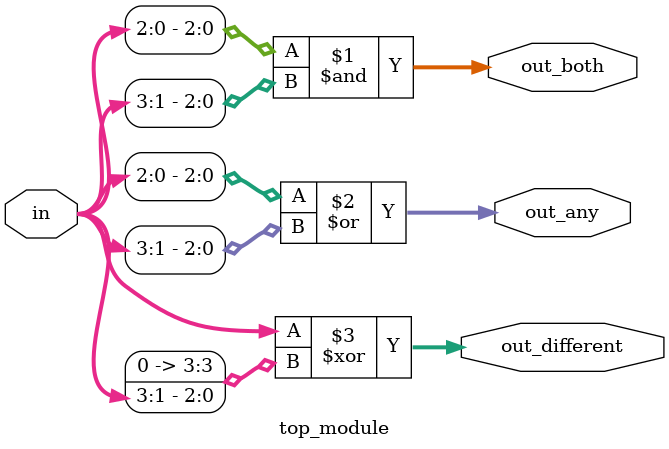
<source format=sv>
module top_module (
	input [3:0] in,
	output [2:0] out_both,
	output [3:1] out_any,
	output [3:0] out_different
);
	
	assign out_both = in[2:0] & in[3:1];
	assign out_any = in[2:0] | in[3:1];
	assign out_different = in ^ {1'b0, in[3:1]};
	
endmodule

</source>
